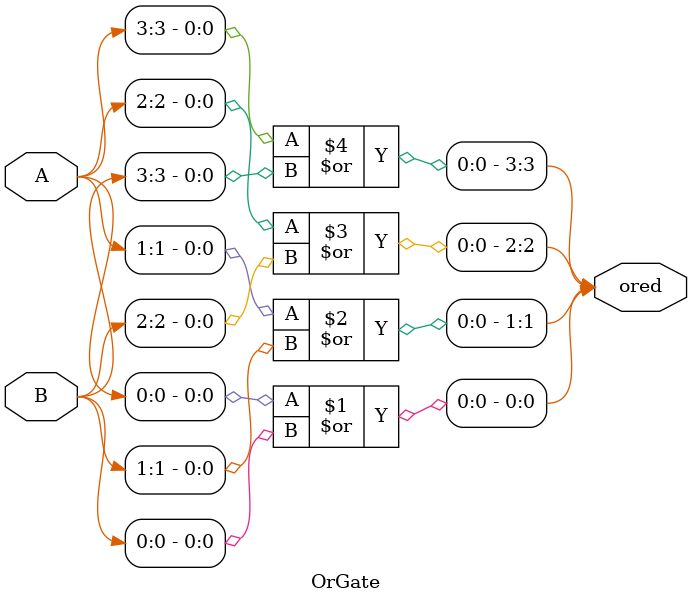
<source format=v>
module OrGate (ored,A,B) ;
//inputs and outputs
input [3:0] A,B;
output[3:0] ored;
//OR between the corresponding bits
or first (ored[0],A[0],B[0]);
or second (ored[1],A[1],B[1]);
or third(ored[2],A[2],B[2]);
or fourth(ored[3],A[3],B[3]);
endmodule  
</source>
